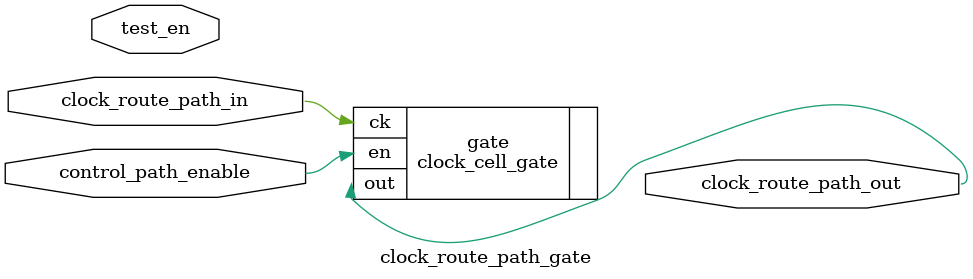
<source format=sv>
module clock_route_path_gate(
	output wire clock_route_path_out,
	input  wire clock_route_path_in,
	input  wire control_path_enable,
	input  wire test_en
);

clock_cell_gate gate(
	.ck(clock_route_path_in),
	.en(control_path_enable),
	.out(clock_route_path_out)
);

endmodule


</source>
